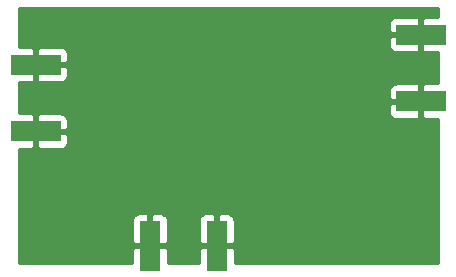
<source format=gbr>
%TF.GenerationSoftware,KiCad,Pcbnew,(5.1.9)-1*%
%TF.CreationDate,2021-03-17T18:45:03-04:00*%
%TF.ProjectId,BackupMixer,4261636b-7570-44d6-9978-65722e6b6963,rev?*%
%TF.SameCoordinates,Original*%
%TF.FileFunction,Copper,L2,Bot*%
%TF.FilePolarity,Positive*%
%FSLAX46Y46*%
G04 Gerber Fmt 4.6, Leading zero omitted, Abs format (unit mm)*
G04 Created by KiCad (PCBNEW (5.1.9)-1) date 2021-03-17 18:45:03*
%MOMM*%
%LPD*%
G01*
G04 APERTURE LIST*
%TA.AperFunction,ComponentPad*%
%ADD10C,1.016000*%
%TD*%
%TA.AperFunction,SMDPad,CuDef*%
%ADD11R,1.750000X4.200000*%
%TD*%
%TA.AperFunction,SMDPad,CuDef*%
%ADD12R,4.200000X1.750000*%
%TD*%
%TA.AperFunction,ViaPad*%
%ADD13C,0.800000*%
%TD*%
%TA.AperFunction,Conductor*%
%ADD14C,0.254000*%
%TD*%
%TA.AperFunction,Conductor*%
%ADD15C,0.100000*%
%TD*%
G04 APERTURE END LIST*
D10*
%TO.P,UADE10x1,1*%
%TO.N,GND*%
X130429000Y-91440000D03*
%TO.P,UADE10x1,5*%
X138811000Y-93980000D03*
%TO.P,UADE10x1,4*%
X138811000Y-96520000D03*
%TO.P,UADE10x1,1*%
X134620000Y-91440000D03*
X134620000Y-92710000D03*
X134620000Y-93980000D03*
X134620000Y-95250000D03*
X134620000Y-96520000D03*
%TD*%
D11*
%TO.P,JRF1,3_2*%
%TO.N,GND*%
X134905000Y-106480000D03*
%TO.P,JRF1,2_2*%
X129255000Y-106480000D03*
%TD*%
D12*
%TO.P,JLO1,3_2*%
%TO.N,GND*%
X152200000Y-88615000D03*
%TO.P,JLO1,2_2*%
X152200000Y-94265000D03*
%TD*%
%TO.P,JIF1,3_2*%
%TO.N,GND*%
X119580000Y-96805000D03*
%TO.P,JIF1,2_2*%
X119580000Y-91155000D03*
%TD*%
D13*
%TO.N,GND*%
X119288550Y-87894876D03*
X119288550Y-99894876D03*
X119288550Y-103894876D03*
X120288550Y-106894876D03*
X121288550Y-101894876D03*
X122288550Y-104894876D03*
X123288550Y-87894876D03*
X123288550Y-91894876D03*
X123288550Y-95894876D03*
X123288550Y-99894876D03*
X124288550Y-102894876D03*
X124288550Y-106894876D03*
X125288550Y-89894876D03*
X125288550Y-97894876D03*
X126288550Y-100894876D03*
X126288550Y-104894876D03*
X127288550Y-87894876D03*
X127288550Y-91894876D03*
X127288550Y-95894876D03*
X128288550Y-98894876D03*
X128288550Y-102894876D03*
X130288550Y-88894876D03*
X130288550Y-100894876D03*
X133288550Y-87894876D03*
X134288550Y-98894876D03*
X135288550Y-101894876D03*
X136288550Y-88894876D03*
X137288550Y-99894876D03*
X138288550Y-102894876D03*
X138288550Y-106894876D03*
X139288550Y-87894876D03*
X140288550Y-92894876D03*
X140288550Y-96894876D03*
X140288550Y-100894876D03*
X140288550Y-104894876D03*
X141288550Y-89894876D03*
X142288550Y-94894876D03*
X142288550Y-98894876D03*
X142288550Y-102894876D03*
X142288550Y-106894876D03*
X143288550Y-87894876D03*
X144288550Y-96894876D03*
X144288550Y-100894876D03*
X144288550Y-104894876D03*
X145288550Y-93894876D03*
X146288550Y-88894876D03*
X146288550Y-98894876D03*
X146288550Y-102894876D03*
X146288550Y-106894876D03*
X147288550Y-95894876D03*
X148288550Y-92894876D03*
X148288550Y-100894876D03*
X148288550Y-104894876D03*
X149288550Y-97894876D03*
X150288550Y-102894876D03*
X150288550Y-106894876D03*
X151288550Y-99894876D03*
X152288550Y-96894876D03*
X152288550Y-104894876D03*
%TD*%
D14*
%TO.N,GND*%
X153644513Y-86385666D02*
X153645001Y-86390310D01*
X153645001Y-87103037D01*
X152485750Y-87105000D01*
X152327000Y-87263750D01*
X152327000Y-88488000D01*
X152347000Y-88488000D01*
X152347000Y-88742000D01*
X152327000Y-88742000D01*
X152327000Y-89966250D01*
X152485750Y-90125000D01*
X153645001Y-90126963D01*
X153645001Y-92753037D01*
X152485750Y-92755000D01*
X152327000Y-92913750D01*
X152327000Y-94138000D01*
X152347000Y-94138000D01*
X152347000Y-94392000D01*
X152327000Y-94392000D01*
X152327000Y-95616250D01*
X152485750Y-95775000D01*
X153645001Y-95776963D01*
X153645000Y-107917725D01*
X153644335Y-107924513D01*
X153639699Y-107925000D01*
X136416963Y-107925000D01*
X136415000Y-106765750D01*
X136256250Y-106607000D01*
X135032000Y-106607000D01*
X135032000Y-106627000D01*
X134778000Y-106627000D01*
X134778000Y-106607000D01*
X133553750Y-106607000D01*
X133395000Y-106765750D01*
X133393037Y-107925000D01*
X130766963Y-107925000D01*
X130765000Y-106765750D01*
X130606250Y-106607000D01*
X129382000Y-106607000D01*
X129382000Y-106627000D01*
X129128000Y-106627000D01*
X129128000Y-106607000D01*
X127903750Y-106607000D01*
X127745000Y-106765750D01*
X127743037Y-107925000D01*
X118142275Y-107925000D01*
X118135487Y-107924335D01*
X118135000Y-107919699D01*
X118135000Y-104380000D01*
X127741928Y-104380000D01*
X127745000Y-106194250D01*
X127903750Y-106353000D01*
X129128000Y-106353000D01*
X129128000Y-103903750D01*
X129382000Y-103903750D01*
X129382000Y-106353000D01*
X130606250Y-106353000D01*
X130765000Y-106194250D01*
X130768072Y-104380000D01*
X133391928Y-104380000D01*
X133395000Y-106194250D01*
X133553750Y-106353000D01*
X134778000Y-106353000D01*
X134778000Y-103903750D01*
X135032000Y-103903750D01*
X135032000Y-106353000D01*
X136256250Y-106353000D01*
X136415000Y-106194250D01*
X136418072Y-104380000D01*
X136405812Y-104255518D01*
X136369502Y-104135820D01*
X136310537Y-104025506D01*
X136231185Y-103928815D01*
X136134494Y-103849463D01*
X136024180Y-103790498D01*
X135904482Y-103754188D01*
X135780000Y-103741928D01*
X135190750Y-103745000D01*
X135032000Y-103903750D01*
X134778000Y-103903750D01*
X134619250Y-103745000D01*
X134030000Y-103741928D01*
X133905518Y-103754188D01*
X133785820Y-103790498D01*
X133675506Y-103849463D01*
X133578815Y-103928815D01*
X133499463Y-104025506D01*
X133440498Y-104135820D01*
X133404188Y-104255518D01*
X133391928Y-104380000D01*
X130768072Y-104380000D01*
X130755812Y-104255518D01*
X130719502Y-104135820D01*
X130660537Y-104025506D01*
X130581185Y-103928815D01*
X130484494Y-103849463D01*
X130374180Y-103790498D01*
X130254482Y-103754188D01*
X130130000Y-103741928D01*
X129540750Y-103745000D01*
X129382000Y-103903750D01*
X129128000Y-103903750D01*
X128969250Y-103745000D01*
X128380000Y-103741928D01*
X128255518Y-103754188D01*
X128135820Y-103790498D01*
X128025506Y-103849463D01*
X127928815Y-103928815D01*
X127849463Y-104025506D01*
X127790498Y-104135820D01*
X127754188Y-104255518D01*
X127741928Y-104380000D01*
X118135000Y-104380000D01*
X118135000Y-98316963D01*
X119294250Y-98315000D01*
X119453000Y-98156250D01*
X119453000Y-96932000D01*
X119707000Y-96932000D01*
X119707000Y-98156250D01*
X119865750Y-98315000D01*
X121680000Y-98318072D01*
X121804482Y-98305812D01*
X121924180Y-98269502D01*
X122034494Y-98210537D01*
X122131185Y-98131185D01*
X122210537Y-98034494D01*
X122269502Y-97924180D01*
X122305812Y-97804482D01*
X122318072Y-97680000D01*
X122315000Y-97090750D01*
X122156250Y-96932000D01*
X119707000Y-96932000D01*
X119453000Y-96932000D01*
X119433000Y-96932000D01*
X119433000Y-96678000D01*
X119453000Y-96678000D01*
X119453000Y-95453750D01*
X119707000Y-95453750D01*
X119707000Y-96678000D01*
X122156250Y-96678000D01*
X122315000Y-96519250D01*
X122318072Y-95930000D01*
X122305812Y-95805518D01*
X122269502Y-95685820D01*
X122210537Y-95575506D01*
X122131185Y-95478815D01*
X122034494Y-95399463D01*
X121924180Y-95340498D01*
X121804482Y-95304188D01*
X121680000Y-95291928D01*
X119865750Y-95295000D01*
X119707000Y-95453750D01*
X119453000Y-95453750D01*
X119294250Y-95295000D01*
X118135000Y-95293037D01*
X118135000Y-95140000D01*
X149461928Y-95140000D01*
X149474188Y-95264482D01*
X149510498Y-95384180D01*
X149569463Y-95494494D01*
X149648815Y-95591185D01*
X149745506Y-95670537D01*
X149855820Y-95729502D01*
X149975518Y-95765812D01*
X150100000Y-95778072D01*
X151914250Y-95775000D01*
X152073000Y-95616250D01*
X152073000Y-94392000D01*
X149623750Y-94392000D01*
X149465000Y-94550750D01*
X149461928Y-95140000D01*
X118135000Y-95140000D01*
X118135000Y-93390000D01*
X149461928Y-93390000D01*
X149465000Y-93979250D01*
X149623750Y-94138000D01*
X152073000Y-94138000D01*
X152073000Y-92913750D01*
X151914250Y-92755000D01*
X150100000Y-92751928D01*
X149975518Y-92764188D01*
X149855820Y-92800498D01*
X149745506Y-92859463D01*
X149648815Y-92938815D01*
X149569463Y-93035506D01*
X149510498Y-93145820D01*
X149474188Y-93265518D01*
X149461928Y-93390000D01*
X118135000Y-93390000D01*
X118135000Y-92666963D01*
X119294250Y-92665000D01*
X119453000Y-92506250D01*
X119453000Y-91282000D01*
X119707000Y-91282000D01*
X119707000Y-92506250D01*
X119865750Y-92665000D01*
X121680000Y-92668072D01*
X121804482Y-92655812D01*
X121924180Y-92619502D01*
X122034494Y-92560537D01*
X122131185Y-92481185D01*
X122210537Y-92384494D01*
X122269502Y-92274180D01*
X122305812Y-92154482D01*
X122318072Y-92030000D01*
X122315000Y-91440750D01*
X122156250Y-91282000D01*
X119707000Y-91282000D01*
X119453000Y-91282000D01*
X119433000Y-91282000D01*
X119433000Y-91028000D01*
X119453000Y-91028000D01*
X119453000Y-89803750D01*
X119707000Y-89803750D01*
X119707000Y-91028000D01*
X122156250Y-91028000D01*
X122315000Y-90869250D01*
X122318072Y-90280000D01*
X122305812Y-90155518D01*
X122269502Y-90035820D01*
X122210537Y-89925506D01*
X122131185Y-89828815D01*
X122034494Y-89749463D01*
X121924180Y-89690498D01*
X121804482Y-89654188D01*
X121680000Y-89641928D01*
X119865750Y-89645000D01*
X119707000Y-89803750D01*
X119453000Y-89803750D01*
X119294250Y-89645000D01*
X118135000Y-89643037D01*
X118135000Y-89490000D01*
X149461928Y-89490000D01*
X149474188Y-89614482D01*
X149510498Y-89734180D01*
X149569463Y-89844494D01*
X149648815Y-89941185D01*
X149745506Y-90020537D01*
X149855820Y-90079502D01*
X149975518Y-90115812D01*
X150100000Y-90128072D01*
X151914250Y-90125000D01*
X152073000Y-89966250D01*
X152073000Y-88742000D01*
X149623750Y-88742000D01*
X149465000Y-88900750D01*
X149461928Y-89490000D01*
X118135000Y-89490000D01*
X118135000Y-87740000D01*
X149461928Y-87740000D01*
X149465000Y-88329250D01*
X149623750Y-88488000D01*
X152073000Y-88488000D01*
X152073000Y-87263750D01*
X151914250Y-87105000D01*
X150100000Y-87101928D01*
X149975518Y-87114188D01*
X149855820Y-87150498D01*
X149745506Y-87209463D01*
X149648815Y-87288815D01*
X149569463Y-87385506D01*
X149510498Y-87495820D01*
X149474188Y-87615518D01*
X149461928Y-87740000D01*
X118135000Y-87740000D01*
X118135000Y-86392275D01*
X118135666Y-86385487D01*
X118140301Y-86385000D01*
X153637725Y-86385000D01*
X153644513Y-86385666D01*
%TA.AperFunction,Conductor*%
D15*
G36*
X153644513Y-86385666D02*
G01*
X153645001Y-86390310D01*
X153645001Y-87103037D01*
X152485750Y-87105000D01*
X152327000Y-87263750D01*
X152327000Y-88488000D01*
X152347000Y-88488000D01*
X152347000Y-88742000D01*
X152327000Y-88742000D01*
X152327000Y-89966250D01*
X152485750Y-90125000D01*
X153645001Y-90126963D01*
X153645001Y-92753037D01*
X152485750Y-92755000D01*
X152327000Y-92913750D01*
X152327000Y-94138000D01*
X152347000Y-94138000D01*
X152347000Y-94392000D01*
X152327000Y-94392000D01*
X152327000Y-95616250D01*
X152485750Y-95775000D01*
X153645001Y-95776963D01*
X153645000Y-107917725D01*
X153644335Y-107924513D01*
X153639699Y-107925000D01*
X136416963Y-107925000D01*
X136415000Y-106765750D01*
X136256250Y-106607000D01*
X135032000Y-106607000D01*
X135032000Y-106627000D01*
X134778000Y-106627000D01*
X134778000Y-106607000D01*
X133553750Y-106607000D01*
X133395000Y-106765750D01*
X133393037Y-107925000D01*
X130766963Y-107925000D01*
X130765000Y-106765750D01*
X130606250Y-106607000D01*
X129382000Y-106607000D01*
X129382000Y-106627000D01*
X129128000Y-106627000D01*
X129128000Y-106607000D01*
X127903750Y-106607000D01*
X127745000Y-106765750D01*
X127743037Y-107925000D01*
X118142275Y-107925000D01*
X118135487Y-107924335D01*
X118135000Y-107919699D01*
X118135000Y-104380000D01*
X127741928Y-104380000D01*
X127745000Y-106194250D01*
X127903750Y-106353000D01*
X129128000Y-106353000D01*
X129128000Y-103903750D01*
X129382000Y-103903750D01*
X129382000Y-106353000D01*
X130606250Y-106353000D01*
X130765000Y-106194250D01*
X130768072Y-104380000D01*
X133391928Y-104380000D01*
X133395000Y-106194250D01*
X133553750Y-106353000D01*
X134778000Y-106353000D01*
X134778000Y-103903750D01*
X135032000Y-103903750D01*
X135032000Y-106353000D01*
X136256250Y-106353000D01*
X136415000Y-106194250D01*
X136418072Y-104380000D01*
X136405812Y-104255518D01*
X136369502Y-104135820D01*
X136310537Y-104025506D01*
X136231185Y-103928815D01*
X136134494Y-103849463D01*
X136024180Y-103790498D01*
X135904482Y-103754188D01*
X135780000Y-103741928D01*
X135190750Y-103745000D01*
X135032000Y-103903750D01*
X134778000Y-103903750D01*
X134619250Y-103745000D01*
X134030000Y-103741928D01*
X133905518Y-103754188D01*
X133785820Y-103790498D01*
X133675506Y-103849463D01*
X133578815Y-103928815D01*
X133499463Y-104025506D01*
X133440498Y-104135820D01*
X133404188Y-104255518D01*
X133391928Y-104380000D01*
X130768072Y-104380000D01*
X130755812Y-104255518D01*
X130719502Y-104135820D01*
X130660537Y-104025506D01*
X130581185Y-103928815D01*
X130484494Y-103849463D01*
X130374180Y-103790498D01*
X130254482Y-103754188D01*
X130130000Y-103741928D01*
X129540750Y-103745000D01*
X129382000Y-103903750D01*
X129128000Y-103903750D01*
X128969250Y-103745000D01*
X128380000Y-103741928D01*
X128255518Y-103754188D01*
X128135820Y-103790498D01*
X128025506Y-103849463D01*
X127928815Y-103928815D01*
X127849463Y-104025506D01*
X127790498Y-104135820D01*
X127754188Y-104255518D01*
X127741928Y-104380000D01*
X118135000Y-104380000D01*
X118135000Y-98316963D01*
X119294250Y-98315000D01*
X119453000Y-98156250D01*
X119453000Y-96932000D01*
X119707000Y-96932000D01*
X119707000Y-98156250D01*
X119865750Y-98315000D01*
X121680000Y-98318072D01*
X121804482Y-98305812D01*
X121924180Y-98269502D01*
X122034494Y-98210537D01*
X122131185Y-98131185D01*
X122210537Y-98034494D01*
X122269502Y-97924180D01*
X122305812Y-97804482D01*
X122318072Y-97680000D01*
X122315000Y-97090750D01*
X122156250Y-96932000D01*
X119707000Y-96932000D01*
X119453000Y-96932000D01*
X119433000Y-96932000D01*
X119433000Y-96678000D01*
X119453000Y-96678000D01*
X119453000Y-95453750D01*
X119707000Y-95453750D01*
X119707000Y-96678000D01*
X122156250Y-96678000D01*
X122315000Y-96519250D01*
X122318072Y-95930000D01*
X122305812Y-95805518D01*
X122269502Y-95685820D01*
X122210537Y-95575506D01*
X122131185Y-95478815D01*
X122034494Y-95399463D01*
X121924180Y-95340498D01*
X121804482Y-95304188D01*
X121680000Y-95291928D01*
X119865750Y-95295000D01*
X119707000Y-95453750D01*
X119453000Y-95453750D01*
X119294250Y-95295000D01*
X118135000Y-95293037D01*
X118135000Y-95140000D01*
X149461928Y-95140000D01*
X149474188Y-95264482D01*
X149510498Y-95384180D01*
X149569463Y-95494494D01*
X149648815Y-95591185D01*
X149745506Y-95670537D01*
X149855820Y-95729502D01*
X149975518Y-95765812D01*
X150100000Y-95778072D01*
X151914250Y-95775000D01*
X152073000Y-95616250D01*
X152073000Y-94392000D01*
X149623750Y-94392000D01*
X149465000Y-94550750D01*
X149461928Y-95140000D01*
X118135000Y-95140000D01*
X118135000Y-93390000D01*
X149461928Y-93390000D01*
X149465000Y-93979250D01*
X149623750Y-94138000D01*
X152073000Y-94138000D01*
X152073000Y-92913750D01*
X151914250Y-92755000D01*
X150100000Y-92751928D01*
X149975518Y-92764188D01*
X149855820Y-92800498D01*
X149745506Y-92859463D01*
X149648815Y-92938815D01*
X149569463Y-93035506D01*
X149510498Y-93145820D01*
X149474188Y-93265518D01*
X149461928Y-93390000D01*
X118135000Y-93390000D01*
X118135000Y-92666963D01*
X119294250Y-92665000D01*
X119453000Y-92506250D01*
X119453000Y-91282000D01*
X119707000Y-91282000D01*
X119707000Y-92506250D01*
X119865750Y-92665000D01*
X121680000Y-92668072D01*
X121804482Y-92655812D01*
X121924180Y-92619502D01*
X122034494Y-92560537D01*
X122131185Y-92481185D01*
X122210537Y-92384494D01*
X122269502Y-92274180D01*
X122305812Y-92154482D01*
X122318072Y-92030000D01*
X122315000Y-91440750D01*
X122156250Y-91282000D01*
X119707000Y-91282000D01*
X119453000Y-91282000D01*
X119433000Y-91282000D01*
X119433000Y-91028000D01*
X119453000Y-91028000D01*
X119453000Y-89803750D01*
X119707000Y-89803750D01*
X119707000Y-91028000D01*
X122156250Y-91028000D01*
X122315000Y-90869250D01*
X122318072Y-90280000D01*
X122305812Y-90155518D01*
X122269502Y-90035820D01*
X122210537Y-89925506D01*
X122131185Y-89828815D01*
X122034494Y-89749463D01*
X121924180Y-89690498D01*
X121804482Y-89654188D01*
X121680000Y-89641928D01*
X119865750Y-89645000D01*
X119707000Y-89803750D01*
X119453000Y-89803750D01*
X119294250Y-89645000D01*
X118135000Y-89643037D01*
X118135000Y-89490000D01*
X149461928Y-89490000D01*
X149474188Y-89614482D01*
X149510498Y-89734180D01*
X149569463Y-89844494D01*
X149648815Y-89941185D01*
X149745506Y-90020537D01*
X149855820Y-90079502D01*
X149975518Y-90115812D01*
X150100000Y-90128072D01*
X151914250Y-90125000D01*
X152073000Y-89966250D01*
X152073000Y-88742000D01*
X149623750Y-88742000D01*
X149465000Y-88900750D01*
X149461928Y-89490000D01*
X118135000Y-89490000D01*
X118135000Y-87740000D01*
X149461928Y-87740000D01*
X149465000Y-88329250D01*
X149623750Y-88488000D01*
X152073000Y-88488000D01*
X152073000Y-87263750D01*
X151914250Y-87105000D01*
X150100000Y-87101928D01*
X149975518Y-87114188D01*
X149855820Y-87150498D01*
X149745506Y-87209463D01*
X149648815Y-87288815D01*
X149569463Y-87385506D01*
X149510498Y-87495820D01*
X149474188Y-87615518D01*
X149461928Y-87740000D01*
X118135000Y-87740000D01*
X118135000Y-86392275D01*
X118135666Y-86385487D01*
X118140301Y-86385000D01*
X153637725Y-86385000D01*
X153644513Y-86385666D01*
G37*
%TD.AperFunction*%
%TD*%
M02*

</source>
